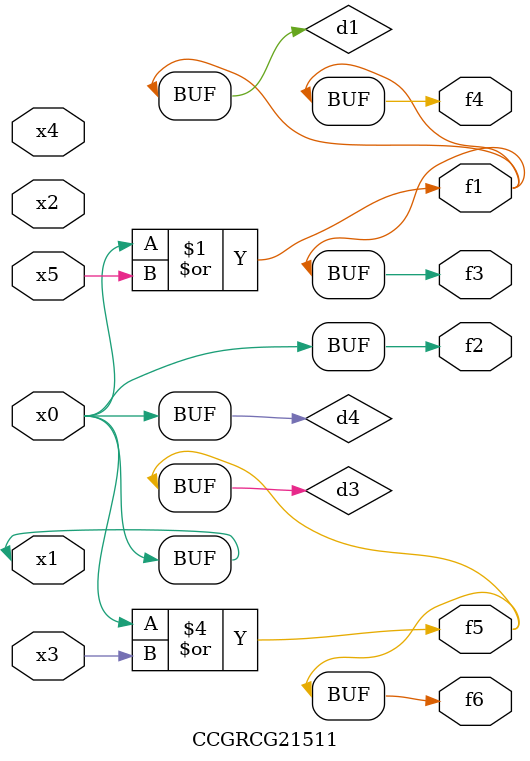
<source format=v>
module CCGRCG21511(
	input x0, x1, x2, x3, x4, x5,
	output f1, f2, f3, f4, f5, f6
);

	wire d1, d2, d3, d4;

	or (d1, x0, x5);
	xnor (d2, x1, x4);
	or (d3, x0, x3);
	buf (d4, x0, x1);
	assign f1 = d1;
	assign f2 = d4;
	assign f3 = d1;
	assign f4 = d1;
	assign f5 = d3;
	assign f6 = d3;
endmodule

</source>
